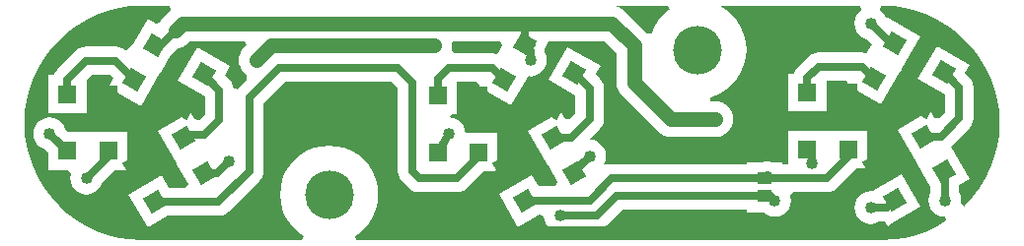
<source format=gtl>
%FSLAX25Y25*%
%MOIN*%
G70*
G01*
G75*
G04 Layer_Physical_Order=1*
G04 Layer_Color=255*
%ADD10P,0.08352X4X75.0*%
%ADD11P,0.08352X4X195.0*%
%ADD12R,0.05906X0.05906*%
%ADD13R,0.05000X0.04000*%
%ADD14C,0.02500*%
%ADD15C,0.05000*%
%ADD16C,0.16500*%
%ADD17C,0.04000*%
G36*
X1035573Y1025172D02*
X1034277Y1022928D01*
X1034277Y1022928D01*
X1034277D01*
X1033840Y1022171D01*
Y1022171D01*
X1033651Y1021982D01*
X1033298Y1022128D01*
X1032058Y1022291D01*
X1019207D01*
X1018314Y1023496D01*
X1018413Y1023824D01*
X1018529Y1025000D01*
X1018413Y1026176D01*
X1018632Y1026471D01*
X1034823D01*
X1035573Y1025172D01*
D02*
G37*
G36*
X1167646Y1038305D02*
X1171504Y1037733D01*
X1175288Y1036785D01*
X1178960Y1035471D01*
X1182487Y1033803D01*
X1185832Y1031798D01*
X1188965Y1029475D01*
X1191855Y1026855D01*
X1194475Y1023965D01*
X1196798Y1020832D01*
X1198803Y1017486D01*
X1200471Y1013960D01*
X1201785Y1010288D01*
X1202733Y1006504D01*
X1203305Y1002646D01*
X1203497Y998750D01*
X1203305Y994854D01*
X1202733Y990996D01*
X1201785Y987212D01*
X1200471Y983540D01*
X1198803Y980013D01*
X1196798Y976668D01*
X1194475Y973535D01*
X1191855Y970645D01*
X1191706Y970509D01*
X1190377Y971206D01*
X1190547Y972500D01*
X1190358Y973936D01*
X1189804Y975274D01*
X1189791Y975291D01*
Y977706D01*
X1193503Y979849D01*
X1187155Y990844D01*
X1193277Y996967D01*
X1194039Y997959D01*
X1194237Y998438D01*
X1194518Y999114D01*
X1194681Y1000354D01*
Y1010797D01*
X1194518Y1012037D01*
X1194518Y1012037D01*
Y1012037D01*
X1194518D01*
X1194518Y1012037D01*
D01*
D01*
D01*
Y1012037D01*
X1194518D01*
D01*
X1194518D01*
D01*
D01*
D01*
X1194039Y1013192D01*
X1193277Y1014184D01*
X1191892Y1015570D01*
X1193503Y1018360D01*
X1182326Y1024813D01*
X1175873Y1013636D01*
X1185099Y1008310D01*
Y1002339D01*
X1183066Y1000306D01*
X1181579Y1000502D01*
X1180160Y1002958D01*
X1168984Y996506D01*
X1175436Y985329D01*
X1175436Y985329D01*
X1175873Y984572D01*
D01*
X1180209Y977063D01*
Y975291D01*
X1180196Y975274D01*
X1179642Y973936D01*
X1179453Y972500D01*
X1179642Y971064D01*
X1180196Y969726D01*
X1181077Y968577D01*
X1182226Y967696D01*
X1183564Y967142D01*
X1185000Y966953D01*
X1185079Y966963D01*
X1185573Y965547D01*
X1182487Y963697D01*
X1178960Y962029D01*
X1175288Y960715D01*
X1171504Y959767D01*
X1167646Y959195D01*
X1163923Y959012D01*
X1163750Y959035D01*
X986105D01*
X985698Y960478D01*
X986728Y961110D01*
X988703Y962797D01*
X990390Y964772D01*
X991747Y966986D01*
X992741Y969385D01*
X993347Y971911D01*
X993551Y974500D01*
X993347Y977089D01*
X992741Y979615D01*
X991747Y982014D01*
X990390Y984228D01*
X988703Y986203D01*
X986728Y987890D01*
X984514Y989247D01*
X982115Y990241D01*
X979589Y990847D01*
X977000Y991051D01*
X974411Y990847D01*
X971885Y990241D01*
X969486Y989247D01*
X967272Y987890D01*
X965297Y986203D01*
X963610Y984228D01*
X962253Y982014D01*
X961259Y979615D01*
X960653Y977089D01*
X960449Y974500D01*
X960653Y971911D01*
X961259Y969385D01*
X962253Y966986D01*
X963610Y964772D01*
X965297Y962797D01*
X967272Y961110D01*
X968302Y960478D01*
X967895Y959035D01*
X913750D01*
X913577Y959012D01*
X909854Y959195D01*
X905996Y959767D01*
X902212Y960715D01*
X898540Y962029D01*
X895014Y963697D01*
X891668Y965702D01*
X888535Y968025D01*
X885645Y970645D01*
X883025Y973535D01*
X880702Y976668D01*
X878697Y980013D01*
X877029Y983540D01*
X875715Y987212D01*
X874767Y990996D01*
X874195Y994854D01*
X874003Y998750D01*
X874195Y1002646D01*
X874767Y1006504D01*
X875715Y1010288D01*
X877029Y1013960D01*
X878697Y1017486D01*
X880702Y1020832D01*
X883025Y1023965D01*
X885645Y1026855D01*
X888535Y1029475D01*
X891668Y1031798D01*
X895014Y1033803D01*
X898540Y1035471D01*
X902212Y1036785D01*
X905996Y1037733D01*
X909854Y1038305D01*
X913577Y1038488D01*
X913750Y1038465D01*
X923085D01*
X923590Y1037053D01*
X923237Y1036763D01*
X920737Y1034263D01*
X919987Y1033350D01*
X919714Y1032839D01*
X918272Y1032427D01*
X915619Y1033959D01*
X911010Y1025974D01*
X908401Y1023365D01*
X908175Y1023320D01*
X907285Y1024003D01*
X906947Y1024144D01*
X906130Y1024482D01*
X904890Y1024645D01*
X894890D01*
X893650Y1024482D01*
X892494Y1024003D01*
X891502Y1023242D01*
X885112Y1016852D01*
X884351Y1015860D01*
X883975Y1014953D01*
X882047D01*
Y1002047D01*
X894953D01*
Y1013142D01*
X896874Y1015063D01*
X902905D01*
X904050Y1013919D01*
X902277Y1010849D01*
X913453Y1004396D01*
X919906Y1015572D01*
X919906D01*
X919906Y1015572D01*
D01*
D01*
X919906D01*
X920343Y1016329D01*
X920436Y1016491D01*
X920436D01*
X920436Y1016491D01*
X923432Y1021680D01*
X923532Y1021756D01*
Y1021756D01*
X923532D01*
D01*
D01*
D01*
D01*
D01*
D01*
X923532D01*
D01*
X923532D01*
Y1021756D01*
D01*
D01*
D01*
D01*
Y1021756D01*
D01*
D01*
D01*
D01*
D01*
D01*
Y1021756D01*
D01*
D01*
X923532D01*
D01*
D01*
D01*
X925828Y1024053D01*
X926176Y1024087D01*
X927307Y1024430D01*
X928349Y1024987D01*
X929263Y1025737D01*
X929997Y1026471D01*
X948485D01*
X949059Y1025085D01*
X948237Y1024263D01*
X947487Y1023349D01*
X946930Y1022307D01*
X946587Y1021176D01*
X946471Y1020000D01*
X946587Y1018824D01*
X946930Y1017693D01*
X947487Y1016650D01*
X948237Y1015737D01*
X949145Y1014992D01*
X949218Y1013494D01*
X946612Y1010888D01*
X946041Y1010143D01*
X944592Y1010531D01*
X944518Y1011094D01*
X944039Y1012250D01*
X943277Y1013242D01*
X943277Y1013242D01*
X943277D01*
Y1013242D01*
D01*
D01*
D01*
X943277Y1013242D01*
X943277Y1013242D01*
X941730Y1014790D01*
X943503Y1017860D01*
X932326Y1024313D01*
X925873Y1013136D01*
X935099Y1007810D01*
Y1001839D01*
X933066Y999806D01*
X931579Y1000002D01*
X930160Y1002458D01*
X918984Y996006D01*
X925343Y984991D01*
X925343Y984991D01*
X925343D01*
X925436Y984829D01*
X925873Y984072D01*
X925873D01*
D01*
D01*
D01*
X925873Y984072D01*
X925873D01*
X929290Y978155D01*
X928540Y976856D01*
X922666D01*
X920343Y980879D01*
X909167Y974427D01*
X915619Y963250D01*
X922589Y967274D01*
X939565D01*
X940805Y967437D01*
X941622Y967775D01*
X941960Y967916D01*
X942953Y968677D01*
X953388Y979112D01*
X954149Y980105D01*
X954289Y980443D01*
X954628Y981260D01*
X954791Y982500D01*
Y1005515D01*
X961985Y1012709D01*
X998015D01*
X1000209Y1010515D01*
Y982500D01*
X1000209Y982500D01*
X1000209D01*
X1000372Y981260D01*
X1000711Y980443D01*
X1000851Y980105D01*
X1001612Y979112D01*
X1001612Y979112D01*
X1001612Y979112D01*
X1004112Y976612D01*
X1005105Y975851D01*
X1006260Y975372D01*
X1007500Y975209D01*
X1020000D01*
X1021240Y975372D01*
X1022057Y975711D01*
X1022396Y975851D01*
X1023388Y976612D01*
X1029177Y982402D01*
X1033842D01*
Y995307D01*
X1023007D01*
X1022858Y996436D01*
X1022304Y997774D01*
X1021423Y998923D01*
X1020274Y999804D01*
X1018936Y1000358D01*
X1017500Y1000548D01*
Y1000632D01*
X1018561Y1001693D01*
X1020063D01*
Y1012709D01*
X1026877D01*
X1027627Y1011410D01*
X1027387Y1010994D01*
X1038564Y1004541D01*
X1044336Y1014540D01*
X1045000Y1014452D01*
X1046436Y1014642D01*
X1047774Y1015196D01*
X1048923Y1016077D01*
X1049804Y1017226D01*
X1050358Y1018564D01*
X1050548Y1020000D01*
X1050358Y1021436D01*
X1049804Y1022774D01*
X1049791Y1022791D01*
Y1023079D01*
X1049724Y1023584D01*
X1049917Y1024049D01*
X1049944Y1024253D01*
X1051225Y1026471D01*
X1070003D01*
X1073971Y1022503D01*
Y1012500D01*
X1073971Y1012500D01*
X1073971D01*
X1074087Y1011324D01*
X1074430Y1010193D01*
X1074430Y1010193D01*
X1074430Y1010193D01*
X1074987Y1009150D01*
X1075737Y1008237D01*
X1075737Y1008237D01*
X1075737Y1008237D01*
X1088237Y995737D01*
Y995737D01*
X1088237Y995737D01*
X1088237Y995737D01*
Y995737D01*
X1089150Y994987D01*
X1090193Y994430D01*
Y994430D01*
X1090193Y994430D01*
D01*
D01*
D01*
X1090193D01*
Y994430D01*
D01*
X1090193Y994430D01*
X1090193Y994430D01*
X1091324Y994087D01*
X1092500Y993971D01*
X1107500D01*
X1108676Y994087D01*
X1109807Y994430D01*
X1110850Y994987D01*
X1111763Y995737D01*
X1112513Y996650D01*
X1113070Y997693D01*
X1113413Y998824D01*
X1113529Y1000000D01*
X1113413Y1001176D01*
X1113070Y1002307D01*
X1112513Y1003350D01*
X1111763Y1004263D01*
X1110850Y1005013D01*
X1109807Y1005570D01*
X1108676Y1005913D01*
X1107500Y1006029D01*
X1105789D01*
X1105613Y1007519D01*
X1106615Y1007759D01*
X1109014Y1008753D01*
X1111228Y1010110D01*
X1113203Y1011797D01*
X1114890Y1013772D01*
X1116247Y1015986D01*
X1117241Y1018385D01*
X1117847Y1020911D01*
X1118051Y1023500D01*
X1117847Y1026089D01*
X1117241Y1028615D01*
X1116247Y1031014D01*
X1114890Y1033228D01*
X1113203Y1035203D01*
X1111228Y1036890D01*
X1109014Y1038247D01*
X1109058Y1038465D01*
X1156406D01*
X1156888Y1037045D01*
X1156077Y1036423D01*
X1155196Y1035274D01*
X1154642Y1033936D01*
X1154453Y1032500D01*
X1154642Y1031064D01*
X1155196Y1029726D01*
X1156077Y1028577D01*
X1157226Y1027696D01*
X1158564Y1027142D01*
X1158586Y1027139D01*
X1160366Y1025359D01*
X1159260Y1023444D01*
X1159260D01*
X1159260Y1023444D01*
X1159167Y1023282D01*
X1158730Y1022525D01*
Y1022525D01*
X1158541Y1022336D01*
X1158188Y1022482D01*
X1156948Y1022645D01*
X1142390D01*
X1141150Y1022482D01*
X1139994Y1022003D01*
X1139002Y1021242D01*
X1135112Y1017352D01*
X1134351Y1016360D01*
X1133975Y1015453D01*
X1132047D01*
Y1002547D01*
X1144953D01*
Y1013063D01*
X1151767D01*
X1152517Y1011764D01*
X1152277Y1011349D01*
X1163453Y1004896D01*
X1169906Y1016072D01*
Y1016072D01*
X1169906Y1016072D01*
X1169906D01*
X1170343Y1016829D01*
X1170436Y1016991D01*
X1170436D01*
X1170436Y1016991D01*
X1176796Y1028006D01*
X1165619Y1034459D01*
X1165619Y1034459D01*
X1165619D01*
X1165129Y1034491D01*
X1164804Y1035274D01*
X1163923Y1036423D01*
X1163111Y1037045D01*
X1163594Y1038465D01*
X1163750D01*
X1163923Y1038488D01*
X1167646Y1038305D01*
D02*
G37*
G36*
X1091986Y1037022D02*
X1091772Y1036890D01*
X1089797Y1035203D01*
X1088110Y1033228D01*
X1086753Y1031014D01*
X1085994Y1029182D01*
X1084510Y1028962D01*
X1084263Y1029263D01*
X1076763Y1036763D01*
X1075850Y1037513D01*
X1074807Y1038070D01*
X1073676Y1038413D01*
Y1038413D01*
X1073679Y1038465D01*
X1091579D01*
X1091986Y1037022D01*
D02*
G37*
%LPC*%
G36*
X882500Y1000548D02*
X881064Y1000358D01*
X879726Y999804D01*
X878577Y998923D01*
X877696Y997774D01*
X877142Y996436D01*
X876952Y995000D01*
X877142Y993564D01*
X877696Y992226D01*
X878577Y991077D01*
X879726Y990196D01*
X881064Y989642D01*
X881086Y989639D01*
X882047Y988677D01*
Y982756D01*
X888838D01*
X889672Y981509D01*
X889642Y981436D01*
X889452Y980000D01*
X889642Y978564D01*
X890196Y977226D01*
X891077Y976077D01*
X892226Y975196D01*
X893564Y974642D01*
X895000Y974452D01*
X896436Y974642D01*
X897774Y975196D01*
X898923Y976077D01*
X899804Y977226D01*
X900358Y978564D01*
X900361Y978586D01*
X904531Y982756D01*
X908732D01*
Y995661D01*
X895827D01*
D01*
D01*
X895827Y995661D01*
X894953D01*
Y995661D01*
X888614D01*
X887861Y996414D01*
X887858Y996436D01*
X887304Y997774D01*
X886423Y998923D01*
X885274Y999804D01*
X883936Y1000358D01*
X882500Y1000548D01*
D02*
G37*
G36*
X1170343Y981379D02*
X1160197Y975521D01*
X1160000Y975548D01*
X1158564Y975358D01*
X1157226Y974804D01*
X1156077Y973923D01*
X1155196Y972774D01*
X1154642Y971436D01*
X1154453Y970000D01*
X1154642Y968564D01*
X1155196Y967226D01*
X1156077Y966077D01*
X1157226Y965196D01*
X1158564Y964642D01*
X1160000Y964452D01*
X1161436Y964642D01*
X1162774Y965196D01*
X1162791Y965209D01*
X1164777D01*
X1165089Y964669D01*
X1165089D01*
X1165619Y963750D01*
X1166538Y964281D01*
X1166538D01*
X1176796Y970203D01*
X1170343Y981379D01*
D02*
G37*
G36*
X1057436Y1024459D02*
X1050984Y1013282D01*
X1060209Y1007956D01*
Y1001985D01*
X1058176Y999951D01*
X1056689Y1000147D01*
X1055801Y1001686D01*
X1055801D01*
X1055270Y1002604D01*
X1054352Y1002074D01*
X1054352D01*
X1044094Y996151D01*
X1050547Y984975D01*
Y984975D01*
D01*
D01*
Y984975D01*
D01*
X1050984Y984218D01*
D01*
X1054233Y978590D01*
X1053483Y977291D01*
X1047609D01*
X1045453Y981025D01*
X1034277Y974572D01*
X1040199Y964314D01*
X1040199D01*
X1040730Y963396D01*
X1041648Y963926D01*
X1041648D01*
X1048169Y967691D01*
X1049515Y967028D01*
X1049642Y966064D01*
X1050196Y964726D01*
X1051077Y963577D01*
X1052226Y962696D01*
X1053564Y962142D01*
X1055000Y961952D01*
X1056436Y962142D01*
X1057774Y962696D01*
X1057791Y962709D01*
X1067500D01*
X1068740Y962872D01*
X1069557Y963211D01*
X1069895Y963351D01*
X1070888Y964112D01*
Y964112D01*
X1070888D01*
D01*
D01*
D01*
D01*
D01*
D01*
X1070888D01*
D01*
X1070888D01*
Y964112D01*
D01*
D01*
D01*
D01*
Y964112D01*
D01*
D01*
D01*
Y964112D01*
D01*
D01*
X1070888D01*
D01*
D01*
D01*
X1075984Y969209D01*
X1118000D01*
Y968500D01*
X1123678D01*
X1124726Y967696D01*
X1126064Y967142D01*
X1127500Y966953D01*
X1128936Y967142D01*
X1130274Y967696D01*
X1131423Y968577D01*
X1132304Y969726D01*
X1132858Y971064D01*
X1133047Y972500D01*
X1132858Y973936D01*
X1132848Y973962D01*
X1133681Y975209D01*
X1145000D01*
X1146240Y975372D01*
X1147057Y975711D01*
X1147396Y975851D01*
X1148388Y976612D01*
X1155031Y983256D01*
X1158732D01*
Y996161D01*
X1145827D01*
D01*
D01*
X1145827Y996161D01*
X1144953D01*
Y996161D01*
X1132047D01*
Y984791D01*
X1130000D01*
Y985500D01*
X1126548D01*
X1126240Y985628D01*
X1125000Y985791D01*
X1123760Y985628D01*
X1123452Y985500D01*
X1118000D01*
Y984791D01*
X1072500D01*
X1071260Y984628D01*
X1071260Y984628D01*
D01*
X1071260Y984628D01*
X1069804Y984726D01*
D01*
D01*
X1070358Y986064D01*
X1070547Y987500D01*
X1070358Y988936D01*
X1069804Y990274D01*
X1068923Y991423D01*
X1067774Y992304D01*
X1066436Y992858D01*
X1065000Y993048D01*
X1064942Y993166D01*
X1068388Y996612D01*
X1069149Y997604D01*
X1069347Y998083D01*
X1069628Y998760D01*
X1069791Y1000000D01*
Y1010442D01*
X1069628Y1011682D01*
X1069149Y1012838D01*
X1068388Y1013830D01*
X1067002Y1015216D01*
X1068083Y1017087D01*
Y1017087D01*
X1068613Y1018006D01*
X1067694Y1018536D01*
Y1018536D01*
X1057436Y1024459D01*
D02*
G37*
%LPD*%
D10*
X1161092Y984498D02*
D03*
X1036202Y984144D02*
D03*
X1059798Y981856D02*
D03*
X1052909Y993789D02*
D03*
X1043091Y972211D02*
D03*
X927798Y993644D02*
D03*
X911092Y983998D02*
D03*
X917981Y972065D02*
D03*
X1184688Y982210D02*
D03*
X1177798Y994144D02*
D03*
X1167981Y972565D02*
D03*
X934688Y981710D02*
D03*
D11*
X1177798Y1004065D02*
D03*
X1059798Y1015644D02*
D03*
X1052909Y1003710D02*
D03*
X1043091Y1025290D02*
D03*
X1036202Y1013356D02*
D03*
X917981Y1025144D02*
D03*
X911092Y1013210D02*
D03*
X927798Y1003565D02*
D03*
X934688Y1015498D02*
D03*
X1167981Y1025644D02*
D03*
X1161092Y1013710D02*
D03*
X1184688Y1015998D02*
D03*
D12*
X1152280Y1009000D02*
D03*
X1013610Y1008146D02*
D03*
X1027390D02*
D03*
X1013610Y988854D02*
D03*
X1027390D02*
D03*
X888500Y989209D02*
D03*
X902280D02*
D03*
Y1008500D02*
D03*
X888500D02*
D03*
X1138500Y989709D02*
D03*
X1152280D02*
D03*
X1138500Y1009000D02*
D03*
D13*
X1124000Y980000D02*
D03*
Y974000D02*
D03*
D14*
X1162390Y1000354D02*
X1166100Y1004065D01*
X1177798D01*
X1161092Y984498D02*
X1162390Y985797D01*
Y1000354D01*
X1153744Y1009000D02*
X1162390Y1000354D01*
X1152279Y1009000D02*
X1153744D01*
X1041210Y1003211D02*
X1052909D01*
X1027390Y1008146D02*
X1028854D01*
X1037500Y999500D01*
Y984942D02*
Y999500D01*
X1041210Y1003211D01*
X1065000Y1000000D02*
Y1010442D01*
X1059798Y1015644D02*
X1065000Y1010442D01*
X1058790Y993789D02*
X1065000Y1000000D01*
X1052909Y993789D02*
X1058790D01*
X1032058Y1017500D02*
X1036202Y1013356D01*
X1017500Y1017500D02*
X1032058D01*
X1013610Y1013610D02*
X1017500Y1017500D01*
X1013610Y1008146D02*
Y1013610D01*
X1043091Y971908D02*
Y972211D01*
X1177798Y994144D02*
X1183679D01*
X1189890Y1000354D01*
Y1010797D01*
X1184688Y1015998D02*
X1189890Y1010797D01*
X1156948Y1017854D02*
X1161092Y1013710D01*
X1142390Y1017854D02*
X1156948D01*
X1138500Y1013965D02*
X1142390Y1017854D01*
X1138500Y1009000D02*
Y1013965D01*
X1152279Y989709D02*
X1152390Y989598D01*
X927798Y993644D02*
X929009Y994854D01*
X934890D01*
X939890Y999854D01*
Y1009854D01*
X934688Y1015056D02*
X939890Y1009854D01*
X934688Y1015056D02*
Y1015498D01*
X912390Y985297D02*
Y999854D01*
X911092Y983998D02*
X912390Y985297D01*
X903744Y1008500D02*
X912390Y999854D01*
X916100Y1003565D01*
X902279Y1008500D02*
X903744D01*
X916100Y1003565D02*
X927798D01*
X904890Y1019854D02*
X909890Y1014854D01*
Y1014412D02*
X911092Y1013210D01*
X909890Y1014412D02*
Y1014854D01*
X894890Y1019854D02*
X904890D01*
X888500Y1013465D02*
X894890Y1019854D01*
X888500Y1008500D02*
Y1013465D01*
X911092Y983591D02*
Y983998D01*
X905000Y977500D02*
X911092Y983591D01*
X905000Y967500D02*
Y977500D01*
Y967500D02*
X910000Y962500D01*
X1139093D02*
X1161092Y984498D01*
X888291Y989209D02*
X888500D01*
X882500Y995000D02*
X888291Y989209D01*
X917981Y1025144D02*
X920144D01*
X925000Y1030000D01*
X934688Y981710D02*
X939210D01*
X943254Y985754D01*
X1059798Y981856D02*
X1060644D01*
X1013610Y988610D02*
Y988890D01*
X1184688Y972812D02*
X1185000Y972500D01*
X952500Y962500D02*
X957500Y967500D01*
Y985000D02*
X964835Y992335D01*
X957500Y967500D02*
Y985000D01*
X910000Y962500D02*
X952500D01*
X987665Y992335D02*
X997500Y982500D01*
X964835Y992335D02*
X987665D01*
X997500Y977500D02*
Y982500D01*
Y977500D02*
X1012500Y962500D01*
X902280Y987280D02*
Y989209D01*
X895000Y980000D02*
X902280Y987280D01*
X1013610Y988610D02*
X1013719Y988788D01*
X1140000Y985000D02*
Y988209D01*
X1138500Y989709D02*
X1140000Y988209D01*
X1152279Y987280D02*
Y989709D01*
X1145000Y980000D02*
X1152279Y987280D01*
X1027500Y962500D02*
Y974942D01*
X1036452Y983894D01*
X1012500Y962500D02*
X1139093D01*
X1045000Y1020000D02*
Y1023079D01*
X1042789Y1025290D02*
X1042834Y1025182D01*
X1042789Y1025290D02*
X1045000Y1023079D01*
X1042789Y1025290D02*
X1045290D01*
X1185000Y972500D02*
Y981898D01*
X1184688Y982210D02*
X1185000Y981898D01*
X1160000Y970000D02*
X1165417D01*
X1167981Y972565D01*
X1166856Y1025644D02*
X1167981D01*
X1160000Y1032500D02*
X1166856Y1025644D01*
X1042500Y1032500D02*
X1043091Y1031909D01*
Y1024790D02*
Y1031909D01*
X917981Y972065D02*
X939565D01*
X950000Y1007500D02*
X960000Y1017500D01*
X1000000D01*
X939565Y972065D02*
X950000Y982500D01*
Y1007500D01*
X1000000Y1017500D02*
X1005000Y1012500D01*
Y982500D02*
X1007500Y980000D01*
X1020000D02*
X1027390Y987390D01*
Y988854D01*
X1007500Y980000D02*
X1020000D01*
X1005000Y982500D02*
Y1012500D01*
X1059798Y982298D02*
X1065000Y987500D01*
X1059798Y981856D02*
Y982298D01*
X1013719Y988788D02*
X1017500Y995000D01*
X1043381Y972500D02*
X1065000D01*
X1043091Y972211D02*
X1043381Y972500D01*
X1065000D02*
X1072500Y980000D01*
X1124000D02*
X1125000Y981000D01*
X1072500Y980000D02*
X1145000D01*
X1055000Y967500D02*
X1067500D01*
X1074000Y974000D01*
X1126000D02*
X1127500Y972500D01*
X1074000Y974000D02*
X1126000D01*
D15*
X1072500Y1032500D02*
X1080000Y1025000D01*
Y1012500D02*
Y1025000D01*
X1092500Y1000000D02*
X1107500D01*
X1080000Y1012500D02*
X1092500Y1000000D01*
X925000Y1030000D02*
X927500Y1032500D01*
X1072500D01*
X957500Y1025000D02*
X1012500D01*
X952500Y1020000D02*
X957500Y1025000D01*
D16*
X1101500Y1023500D02*
D03*
X977000Y974500D02*
D03*
D17*
X1092500Y962500D02*
D03*
X964835Y992335D02*
D03*
X943254Y985754D02*
D03*
X925000Y1030000D02*
D03*
X882500Y995000D02*
D03*
X1065000Y987500D02*
D03*
X1045000Y1020000D02*
D03*
X1017500Y995000D02*
D03*
X1140000Y985000D02*
D03*
X1185000Y972500D02*
D03*
X1160000Y1032500D02*
D03*
X1162390Y992500D02*
D03*
X912390D02*
D03*
X895000Y980000D02*
D03*
X982500Y1032500D02*
D03*
X952500Y1020000D02*
D03*
X1012500Y1025000D02*
D03*
X1127500Y972500D02*
D03*
X1107500Y1000000D02*
D03*
X1055000Y967500D02*
D03*
X1160000Y970000D02*
D03*
M02*

</source>
